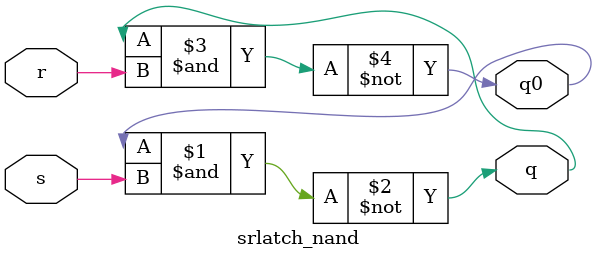
<source format=v>
module srlatch_nand(s,r,q,q0);
  input s,r;
  output q,q0;
  assign q = ~(q0&s);
  assign q0 = ~(q&r);
endmodule

</source>
